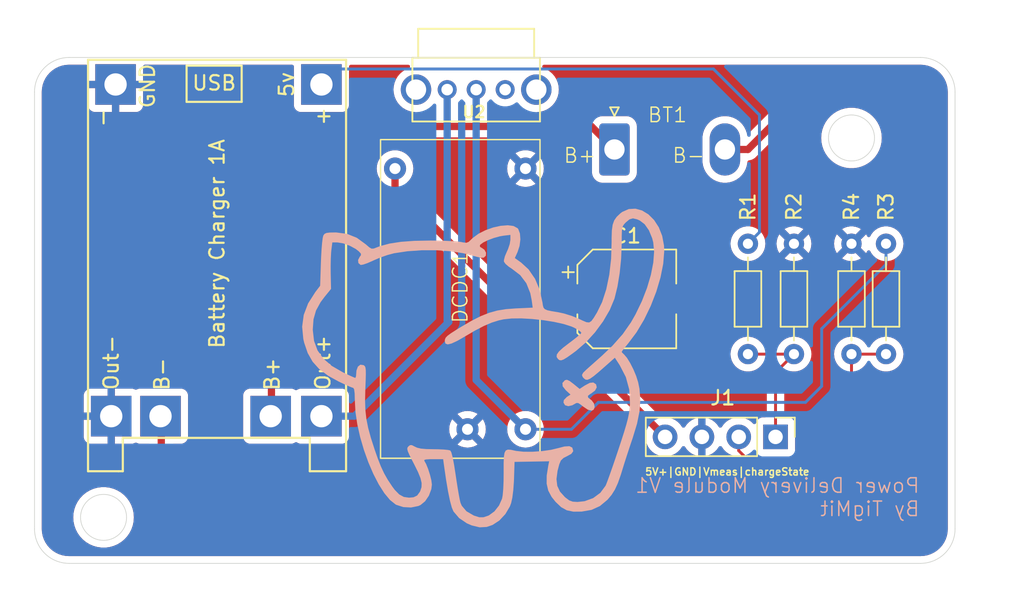
<source format=kicad_pcb>
(kicad_pcb (version 20240108) (generator "pcbnew") (generator_version "8.0")
  (layers (0 "F.Cu" signal) (31 "B.Cu" signal) (34 "B.Paste" user) (35 "F.Paste" user) (36 "B.SilkS" user "B.Silkscreen") (37 "F.SilkS" user "F.Silkscreen") (38 "B.Mask" user) (39 "F.Mask" user) (44 "Edge.Cuts" user))
  (net 0 "")
  (net 1 "Battery+")
  (net 2 "Battery-")
  (net 3 "5VOut+")
  (net 4 "5VOut-")
  (net 5 "Net-(DCDC1-Bin+)")
  (net 6 "batt_chargesense")
  (net 7 "Net-(U1-ind)")
  (net 8 "batt_voltage_Pin")
  (net 9 "Net-(U1-OUT+)")
  (footprint "Resistor_THT:R_Axial_DIN0204_L3.6mm_D1.6mm_P7.62mm_Horizontal" (layer "F.Cu") (at 118.26875 56.515 -90)
    (property "Reference" "R1" (at -2.54 0 90) (layer "F.SilkS"))
    (property "Value" "4k7")
    (fp_line (start 1.89 0.92) (end 5.73 0.92) (stroke (width 0.12)) (layer "F.SilkS"))
    (fp_line (start 5.73 0.92) (end 5.73 -0.92) (stroke (width 0.12)) (layer "F.SilkS"))
    (fp_line (start 0.94 0) (end 1.89 0) (stroke (width 0.12)) (layer "F.SilkS"))
    (fp_line (start 6.68 0) (end 5.73 0) (stroke (width 0.12)) (layer "F.SilkS"))
    (fp_line (start 1.89 -0.92) (end 1.89 0.92) (stroke (width 0.12)) (layer "F.SilkS"))
    (fp_line (start 5.73 -0.92) (end 1.89 -0.92) (stroke (width 0.12)) (layer "F.SilkS"))
    (pad "1" thru_hole circle (at 0 0 270) (size 1.4 1.4) (drill 0.7) (layers "*.Cu" "*.Mask") (net 7 "Net-(U1-ind)"))
    (pad "2" thru_hole oval (at 7.62 0 270) (size 1.4 1.4) (drill 0.7) (layers "*.Cu" "*.Mask") (net 6 "batt_chargesense"))
  )
  (footprint "Resistor_THT:R_Axial_DIN0204_L3.6mm_D1.6mm_P7.62mm_Horizontal" (layer "F.Cu") (at 121.44375 56.515 -90)
    (property "Reference" "R2" (at -2.54 0 90) (layer "F.SilkS"))
    (property "Value" "10k")
    (fp_line (start 1.89 0.92) (end 5.73 0.92) (stroke (width 0.12)) (layer "F.SilkS"))
    (fp_line (start 5.73 0.92) (end 5.73 -0.92) (stroke (width 0.12)) (layer "F.SilkS"))
    (fp_line (start 0.94 0) (end 1.89 0) (stroke (width 0.12)) (layer "F.SilkS"))
    (fp_line (start 6.68 0) (end 5.73 0) (stroke (width 0.12)) (layer "F.SilkS"))
    (fp_line (start 1.89 -0.92) (end 1.89 0.92) (stroke (width 0.12)) (layer "F.SilkS"))
    (fp_line (start 5.73 -0.92) (end 1.89 -0.92) (stroke (width 0.12)) (layer "F.SilkS"))
    (pad "1" thru_hole circle (at 0 0 270) (size 1.4 1.4) (drill 0.7) (layers "*.Cu" "*.Mask") (net 4 "5VOut-"))
    (pad "2" thru_hole oval (at 7.62 0 270) (size 1.4 1.4) (drill 0.7) (layers "*.Cu" "*.Mask") (net 6 "batt_chargesense"))
  )
  (footprint "tigmitLib:DCDC-Converter" (layer "F.Cu") (at 98.425 60.325 90)
    (property "Reference" "DCDC1" (at 0.79375 0 90) (layer "F.SilkS") (effects (font (thickness 0.1))))
    (property "Value" "~")
    (fp_rect (start -11 -5.5) (end 11 5.5) (stroke (width 0.1)) (fill none) (layer "F.SilkS"))
    (pad "1" thru_hole circle (at -9 0.5 90) (size 1.524 1.524) (drill 0.762) (layers "*.Cu" "*.Mask") (net 4 "5VOut-"))
    (pad "2" thru_hole circle (at -9 4.5 90) (size 1.524 1.524) (drill 0.762) (layers "*.Cu" "*.Mask") (net 5 "Net-(DCDC1-Bin+)"))
    (pad "3" thru_hole circle (at 9 -4.5 90) (size 1.524 1.524) (drill 0.762) (layers "*.Cu" "*.Mask") (net 3 "5VOut+"))
    (pad "4" thru_hole circle (at 9 4.5 90) (size 1.524 1.524) (drill 0.762) (layers "*.Cu" "*.Mask") (net 4 "5VOut-"))
  )
  (footprint "tigmitLib:battery solder pins" (layer "F.Cu") (at 112.49125 50.00625)
    (property "Reference" "BT1" (at 0.22125 -2.38125 0) (layer "F.SilkS") (effects (font (thickness 0.1))))
    (property "Value" "Battery_Cell" (hide yes))
    (fp_line (start -3.73 -2.91) (end -3.13 -2.91) (stroke (width 0.12)) (layer "F.SilkS"))
    (fp_line (start -3.43 -2.31) (end -3.73 -2.91) (stroke (width 0.12)) (layer "F.SilkS"))
    (fp_line (start -3.13 -2.91) (end -3.43 -2.31) (stroke (width 0.12)) (layer "F.SilkS"))
    (fp_text user "B+" (at -7 1 0) (layer "F.SilkS") (effects (font (thickness 0.1)) (justify left bottom)))
    (fp_text user "B-" (at 0.5 1 0) (layer "F.SilkS") (effects (font (thickness 0.1)) (justify left bottom)))
    (pad "1" thru_hole roundrect (at -3.43 0) (size 2.1 3.6) (drill 1.4) (layers "*.Cu" "*.Mask") (roundrect_rratio 0.119048) (net 1 "Battery+"))
    (pad "2" thru_hole oval (at 4.19 0) (size 2.1 3.6) (drill 1.4) (layers "*.Cu" "*.Mask") (net 2 "Battery-"))
  )
  (footprint "Connector_PinHeader_2.54mm:PinHeader_1x04_P2.54mm_Vertical" (layer "F.Cu") (at 120.17375 69.85 -90)
    (property "Reference" "J1" (at -2.695891 3.640755 180) (layer "F.SilkS"))
    (property "Value" "Conn_01x04_Pin")
    (fp_line (start -1.33 8.95) (end 1.33 8.95) (stroke (width 0.12)) (layer "F.SilkS"))
    (fp_line (start -1.33 1.27) (end -1.33 8.95) (stroke (width 0.12)) (layer "F.SilkS"))
    (fp_line (start -1.33 1.27) (end 1.33 1.27) (stroke (width 0.12)) (layer "F.SilkS"))
    (fp_line (start 1.33 1.27) (end 1.33 8.95) (stroke (width 0.12)) (layer "F.SilkS"))
    (fp_line (start -1.33 0) (end -1.33 -1.33) (stroke (width 0.12)) (layer "F.SilkS"))
    (fp_line (start -1.33 -1.33) (end 0 -1.33) (stroke (width 0.12)) (layer "F.SilkS"))
    (pad "1" thru_hole rect (at 0 0 270) (size 1.7 1.7) (drill 1) (layers "*.Cu" "*.Mask") (net 6 "batt_chargesense"))
    (pad "2" thru_hole oval (at 0 2.54 270) (size 1.7 1.7) (drill 1) (layers "*.Cu" "*.Mask") (net 8 "batt_voltage_Pin"))
    (pad "3" thru_hole oval (at 0 5.08 270) (size 1.7 1.7) (drill 1) (layers "*.Cu" "*.Mask") (net 4 "5VOut-"))
    (pad "4" thru_hole oval (at 0 7.62 270) (size 1.7 1.7) (drill 1) (layers "*.Cu" "*.Mask") (net 3 "5VOut+"))
  )
  (footprint "Resistor_THT:R_Axial_DIN0204_L3.6mm_D1.6mm_P7.62mm_Horizontal" (layer "F.Cu") (at 127.79375 64.135 90)
    (property "Reference" "R4" (at 10.16 -2.38125 -90) (layer "F.SilkS"))
    (property "Value" "100k")
    (fp_line (start 5.73 -0.92) (end 1.89 -0.92) (stroke (width 0.12)) (layer "F.SilkS"))
    (fp_line (start 1.89 -0.92) (end 1.89 0.92) (stroke (width 0.12)) (layer "F.SilkS"))
    (fp_line (start 6.68 0) (end 5.73 0) (stroke (width 0.12)) (layer "F.SilkS"))
    (fp_line (start 0.94 0) (end 1.89 0) (stroke (width 0.12)) (layer "F.SilkS"))
    (fp_line (start 5.73 0.92) (end 5.73 -0.92) (stroke (width 0.12)) (layer "F.SilkS"))
    (fp_line (start 1.89 0.92) (end 5.73 0.92) (stroke (width 0.12)) (layer "F.SilkS"))
    (pad "1" thru_hole circle (at 0 0 90) (size 1.4 1.4) (drill 0.7) (layers "*.Cu" "*.Mask") (net 8 "batt_voltage_Pin"))
    (pad "2" thru_hole oval (at 7.62 0 90) (size 1.4 1.4) (drill 0.7) (layers "*.Cu" "*.Mask") (net 5 "Net-(DCDC1-Bin+)"))
  )
  (footprint "SK12D07VG4:SK12D07VG4" (layer "F.Cu") (at 99.522498 45.874166 180)
    (property "Reference" "U2" (at 0.150777 -1.547045 180) (layer "F.SilkS") (effects (font (size 0.787402 0.787402))))
    (property "Value" "SK12D07VG4")
    (fp_line (start 4.4 2.2) (end 4 2.2) (stroke (width 0.127)) (layer "F.SilkS"))
    (fp_line (start 4.4 -2.2) (end 4.4 2.2) (stroke (width 0.127)) (layer "F.SilkS"))
    (fp_line (start 4 4.2) (end 4 2.2) (stroke (width 0.127)) (layer "F.SilkS"))
    (fp_line (start 4 2.2) (end -4 2.2) (stroke (width 0.127)) (layer "F.SilkS"))
    (fp_line (start -4 4.2) (end 4 4.2) (stroke (width 0.127)) (layer "F.SilkS"))
    (fp_line (start -4 2.2) (end -4 4.2) (stroke (width 0.127)) (layer "F.SilkS"))
    (fp_line (start -4 2.2) (end -4.4 2.2) (stroke (width 0.127)) (layer "F.SilkS"))
    (fp_line (start -4.4 2.2) (end -4.4 -2.2) (stroke (width 0.127)) (layer "F.SilkS"))
    (fp_line (start -4.4 -2.2) (end 4.4 -2.2) (stroke (width 0.127)) (layer "F.SilkS"))
    (pad "1" thru_hole circle (at -2 0 180) (size 1.308 1.308) (drill 0.8) (layers "*.Cu" "*.Mask"))
    (pad "2" thru_hole circle (at 2 0 180) (size 1.308 1.308) (drill 0.8) (layers "*.Cu" "*.Mask") (net 9 "Net-(U1-OUT+)"))
    (pad "COM" thru_hole circle (at 0 0 180) (size 1.308 1.308) (drill 0.8) (layers "*.Cu" "*.Mask") (net 5 "Net-(DCDC1-Bin+)"))
    (pad "M1" thru_hole circle (at -4.15 0 180) (size 2.1 2.1) (drill 1.4) (layers "*.Cu" "*.Mask"))
    (pad "M2" thru_hole circle (at 4.15 0 180) (size 2.1 2.1) (drill 1.4) (layers "*.Cu" "*.Mask"))
  )
  (footprint "tp4056:TP4056-18650" (layer "F.Cu") (at 90.547058 43.819781 -90)
    (property "Reference" "U1" (hide yes))
    (property "Value" "~")
    (fp_line (start 0 17.8) (end 0 0) (stroke (width 0.15)) (layer "F.SilkS"))
    (fp_line (start 28.4 17.8) (end 0 17.8) (stroke (width 0.15)) (layer "F.SilkS"))
    (fp_line (start 28.4 15.7) (end 28.4 17.8) (stroke (width 0.15)) (layer "F.SilkS"))
    (fp_line (start 26.1 15.4) (end 26.4 15.4) (stroke (width 0.15)) (layer "F.SilkS"))
    (fp_line (start 26.3 15.4) (end 28.4 15.4) (stroke (width 0.15)) (layer "F.SilkS"))
    (fp_line (start 28.4 15.4) (end 28.4 15.7) (stroke (width 0.15)) (layer "F.SilkS"))
    (fp_line (start 0.4 11) (end 0.4 7.3) (stroke (width 0.15)) (layer "F.SilkS"))
    (fp_line (start 2.9 11) (end 0.4 11) (stroke (width 0.15)) (layer "F.SilkS"))
    (fp_line (start 0.4 7.2) (end 2.9 7.2) (stroke (width 0.15)) (layer "F.SilkS"))
    (fp_line (start 2.9 7.2) (end 2.9 11) (stroke (width 0.15)) (layer "F.SilkS"))
    (fp_line (start 26.1 2.5) (end 26.1 15.4) (stroke (width 0.15)) (layer "F.SilkS"))
    (fp_line (start 28.4 2.5) (end 26.1 2.5) (stroke (width 0.15)) (layer "F.SilkS"))
    (fp_line (start 0 0) (end 26.3 0) (stroke (width 0.15)) (layer "F.SilkS"))
    (fp_line (start 26.3 0) (end 28.4 0) (stroke (width 0.15)) (layer "F.SilkS"))
    (fp_line (start 28.4 0) (end 28.4 2.5) (stroke (width 0.15)) (layer "F.SilkS"))
    (fp_text user "USB" (at 1.6 9.1 180) (layer "F.SilkS"))
    (fp_text user "B-" (at 21.7 12.7 90) (layer "F.SilkS"))
    (fp_text user "+" (at 3.9 1.6 90) (layer "F.SilkS"))
    (fp_text user "B+" (at 21.7 5.1 90) (layer "F.SilkS"))
    (fp_text user "-" (at 4 16.8 90) (layer "F.SilkS"))
    (fp_text user "5v" (at 1.7 4.1 90) (layer "F.SilkS"))
    (fp_text user "Out+" (at 20.9 1.6 90) (layer "F.SilkS"))
    (fp_text user "GND" (at 1.8 13.7 90) (layer "F.SilkS"))
    (fp_text user "Battery Charger 1A" (at 12.7 8.9 90) (layer "F.SilkS"))
    (fp_text user "Out-" (at 20.9 16.2 90) (layer "F.SilkS"))
    (pad "1" thru_hole rect (at 1.7 1.7 270) (size 2.8 2.8) (drill 1.54) (layers "*.Cu" "*.Mask") (net 7 "Net-(U1-ind)"))
    (pad "2" thru_hole rect (at 1.7 15.9 270) (size 2.8 2.8) (drill 1.54) (layers "*.Cu" "*.Mask") (net 4 "5VOut-"))
    (pad "3" thru_hole rect (at 24.6 1.7 270) (size 2.8 2.8) (drill 1.54) (layers "*.Cu" "*.Mask") (net 9 "Net-(U1-OUT+)"))
    (pad "4" thru_hole rect (at 24.6 16.2 270) (size 2.8 2.8) (drill 1.54) (layers "*.Cu" "*.Mask") (net 4 "5VOut-"))
    (pad "5" thru_hole rect (at 24.6 5.2 270) (size 2.8 2.8) (drill 1.54) (layers "*.Cu" "*.Mask") (net 1 "Battery+"))
    (pad "6" thru_hole rect (at 24.6 12.8 270) (size 2.8 2.8) (drill 1.54) (layers "*.Cu" "*.Mask") (net 2 "Battery-"))
  )
  (footprint "Resistor_THT:R_Axial_DIN0204_L3.6mm_D1.6mm_P7.62mm_Horizontal" (layer "F.Cu") (at 125.4125 56.515 -90)
    (property "Reference" "R3" (at -2.54 -2.38125 90) (layer "F.SilkS"))
    (property "Value" "100k")
    (fp_line (start 1.89 0.92) (end 5.73 0.92) (stroke (width 0.12)) (layer "F.SilkS"))
    (fp_line (start 5.73 0.92) (end 5.73 -0.92) (stroke (width 0.12)) (layer "F.SilkS"))
    (fp_line (start 0.94 0) (end 1.89 0) (stroke (width 0.12)) (layer "F.SilkS"))
    (fp_line (start 6.68 0) (end 5.73 0) (stroke (width 0.12)) (layer "F.SilkS"))
    (fp_line (start 1.89 -0.92) (end 1.89 0.92) (stroke (width 0.12)) (layer "F.SilkS"))
    (fp_line (start 5.73 -0.92) (end 1.89 -0.92) (stroke (width 0.12)) (layer "F.SilkS"))
    (pad "1" thru_hole circle (at 0 0 270) (size 1.4 1.4) (drill 0.7) (layers "*.Cu" "*.Mask") (net 4 "5VOut-"))
    (pad "2" thru_hole oval (at 7.62 0 270) (size 1.4 1.4) (drill 0.7) (layers "*.Cu" "*.Mask") (net 8 "batt_voltage_Pin"))
  )
  (footprint "Capacitor_SMD:CP_Elec_6.3x5.2" (layer "F.Cu") (at 109.9125 60.325)
    (property "Reference" "C1" (at 0 -4.35 0) (layer "F.SilkS"))
    (property "Value" "100µF")
    (fp_line (start -4.4375 -1.8475) (end -3.65 -1.8475) (stroke (width 0.12)) (layer "F.SilkS"))
    (fp_line (start -4.04375 -2.24125) (end -4.04375 -1.45375) (stroke (width 0.12)) (layer "F.SilkS"))
    (fp_line (start -3.41 -2.345563) (end -3.41 -1.06) (stroke (width 0.12)) (layer "F.SilkS"))
    (fp_line (start -3.41 -2.345563) (end -2.345563 -3.41) (stroke (width 0.12)) (layer "F.SilkS"))
    (fp_line (start -3.41 2.345563) (end -3.41 1.06) (stroke (width 0.12)) (layer "F.SilkS"))
    (fp_line (start -3.41 2.345563) (end -2.345563 3.41) (stroke (width 0.12)) (layer "F.SilkS"))
    (fp_line (start -2.345563 -3.41) (end 3.41 -3.41) (stroke (width 0.12)) (layer "F.SilkS"))
    (fp_line (start -2.345563 3.41) (end 3.41 3.41) (stroke (width 0.12)) (layer "F.SilkS"))
    (fp_line (start 3.41 -3.41) (end 3.41 -1.06) (stroke (width 0.12)) (layer "F.SilkS"))
    (fp_line (start 3.41 3.41) (end 3.41 1.06) (stroke (width 0.12)) (layer "F.SilkS"))
    (pad "1" smd roundrect (at -2.8 0) (size 3.5 1.6) (layers "F.Cu" "F.Paste" "F.Mask") (roundrect_rratio 0.15625) (net 3 "5VOut+"))
    (pad "2" smd roundrect (at 2.8 0) (size 3.5 1.6) (layers "F.Cu" "F.Paste" "F.Mask") (roundrect_rratio 0.15625) (net 4 "5VOut-"))
  )
  (footprint "NekoImmage:NekoPowerModImmage" (layer "B.Cu") (at 100.0125 65.0875 180)
    (property "Reference" "G***" (hide yes))
    (property "Value" "LOGO" (hide yes))
    (fp_poly (pts (xy -5.637585 -0.84729) (xy -5.627793 -0.853206) (xy -5.457174 -1.042435) (xy -5.478427 -1.273108) (xy -5.691342 -1.543385) (xy -5.708587 -1.559342) (xy -6.016541 -1.840615) (xy -5.758827 -2.009475) (xy -5.557423 -2.218551) (xy -5.531758 -2.393625) (xy -5.639011 -2.577642) (xy -5.857339 -2.643506) (xy -6.134175 -2.582563) (xy -6.260553 -2.51362) (xy -6.417774 -2.425603) (xy -6.546719 -2.426006) (xy -6.714942 -2.530409) (xy -6.867989 -2.653701) (xy -7.212552 -2.886391) (xy -7.474866 -2.951244) (xy -7.613436 -2.887855) (xy -7.685909 -2.693591) (xy -7.633062 -2.449901) (xy -7.476512 -2.238434) (xy -7.432945 -2.206063) (xy -7.234439 -2.049322) (xy -7.216903 -1.928651) (xy -7.38109 -1.800806) (xy -7.440568 -1.768014) (xy -7.70747 -1.566189) (xy -7.828004 -1.343418) (xy -7.782157 -1.138442) (xy -7.772296 -1.125878) (xy -7.589784 -1.005622) (xy -7.343744 -1.033253) (xy -7.005825 -1.212276) (xy -6.989922 -1.222684) (xy -6.645349 -1.449522) (xy -6.218491 -1.099779) (xy -5.949628 -0.898238) (xy -5.77112 -0.820389)) (fill solid) (layer "B.SilkS"))
    (fp_poly (pts (xy -10.033778 10.96724) (xy -9.588379 10.770051) (xy -9.450525 10.666139) (xy -9.202711 10.43062) (xy -9.031823 10.184921) (xy -8.925035 9.886876) (xy -8.869521 9.494321) (xy -8.852453 8.96509) (xy -8.85354 8.703607) (xy -8.818468 7.538833) (xy -8.692808 6.436339) (xy -8.482984 5.427191) (xy -8.195418 4.542459) (xy -7.845398 3.827763) (xy -7.619611 3.456814) (xy -7.455273 3.23241) (xy -7.304308 3.137469) (xy -7.118641 3.154909) (xy -6.850197 3.267646) (xy -6.603342 3.386433) (xy -6.107534 3.588979) (xy -5.564308 3.757018) (xy -5.188165 3.838805) (xy -4.729917 3.913939) (xy -4.429384 3.977661) (xy -4.250248 4.05203) (xy -4.156191 4.159108) (xy -4.110896 4.320956) (xy -4.084794 4.509025) (xy -3.893464 5.383446) (xy -3.568528 6.156597) (xy -3.122846 6.804332) (xy -2.61365 7.271298) (xy -2.177321 7.584647) (xy -2.366343 8.001044) (xy -2.504501 8.427238) (xy -2.55876 8.872447) (xy -2.529247 9.277175) (xy -2.416091 9.581926) (xy -2.36279 9.648062) (xy -2.085405 9.797551) (xy -1.684808 9.848473) (xy -1.202115 9.810732) (xy -0.678439 9.694233) (xy -0.154896 9.508881) (xy 0.3274 9.264582) (xy 0.727335 8.97124) (xy 0.819116 8.881498) (xy 1.010283 8.700474) (xy 1.173995 8.63672) (xy 1.402976 8.664333) (xy 1.508263 8.688982) (xy 1.743198 8.722411) (xy 2.132663 8.751661) (xy 2.634303 8.774657) (xy 3.205761 8.789322) (xy 3.642636 8.793576) (xy 4.748547 8.773357) (xy 5.682065 8.704462) (xy 6.462188 8.584467) (xy 7.107912 8.41095) (xy 7.343717 8.321484) (xy 7.557864 8.24031) (xy 7.708029 8.234585) (xy 7.864155 8.323249) (xy 8.096184 8.525244) (xy 8.096213 8.52527) (xy 8.720237 8.981114) (xy 9.390277 9.252435) (xy 10.136326 9.350956) (xy 10.210684 9.351751) (xy 10.588491 9.345453) (xy 10.818738 9.316969) (xy 10.950523 9.253813) (xy 11.032946 9.143501) (xy 11.033465 9.142532) (xy 11.076323 8.971038) (xy 11.118349 8.637671) (xy 11.156378 8.177445) (xy 11.187246 7.625374) (xy 11.199798 7.30216) (xy 11.253646 5.671968) (xy 11.587277 5.234888) (xy 12.083841 4.453355) (xy 12.385784 3.659888) (xy 12.495381 2.844155) (xy 12.414902 1.995823) (xy 12.355896 1.74055) (xy 12.112164 1.025209) (xy 11.771643 0.425269) (xy 11.308762 -0.088162) (xy 10.697953 -0.543977) (xy 9.987995 -0.935015) (xy 9.597901 -1.120989) (xy 9.268728 -1.268557) (xy 9.043422 -1.358991) (xy 8.97162 -1.378295) (xy 8.910032 -1.474763) (xy 8.87302 -1.764779) (xy 8.860468 -2.249256) (xy 8.860465 -2.257905) (xy 8.815834 -3.052285) (xy 8.689277 -3.903392) (xy 8.491802 -4.783504) (xy 8.234417 -5.664903) (xy 7.92813 -6.519866) (xy 7.583948 -7.320674) (xy 7.212878 -8.039605) (xy 6.825928 -8.648939) (xy 6.434105 -9.120956) (xy 6.048418 -9.427934) (xy 6.003772 -9.452007) (xy 5.518446 -9.609099) (xy 4.984676 -9.637581) (xy 4.485456 -9.536636) (xy 4.330247 -9.468491) (xy 4.012134 -9.207414) (xy 3.750468 -8.819495) (xy 3.583773 -8.373974) (xy 3.544186 -8.055701) (xy 3.580603 -7.764924) (xy 3.674474 -7.382551) (xy 3.802727 -6.981346) (xy 3.942293 -6.634071) (xy 4.061583 -6.423837) (xy 4.071818 -6.358077) (xy 3.955488 -6.319629) (xy 3.685107 -6.302834) (xy 3.463824 -6.300775) (xy 2.768654 -6.300775) (xy 2.705215 -6.768411) (xy 2.564272 -7.738146) (xy 2.426842 -8.546667) (xy 2.29476 -9.185068) (xy 2.169864 -9.644443) (xy 2.05689 -9.91126) (xy 1.664368 -10.370263) (xy 1.129933 -10.732047) (xy 0.793071 -10.876751) (xy 0.250516 -11.00735) (xy -0.238223 -10.980589) (xy -0.639922 -10.842683) (xy -1.111166 -10.534469) (xy -1.526602 -10.088699) (xy -1.835849 -9.564644) (xy -1.922408 -9.333967) (xy -2.003868 -8.962575) (xy -2.069457 -8.450404) (xy -2.112595 -7.853357) (xy -2.120696 -7.649926) (xy -2.157557 -6.488612) (xy -3.35059 -6.468531) (xy -4.543623 -6.44845) (xy -4.483054 -6.743799) (xy -4.37485 -7.432138) (xy -4.37081 -7.992215) (xy -4.479819 -8.468077) (xy -4.710762 -8.903775) (xy -4.989168 -9.252892) (xy -5.370061 -9.613648) (xy -5.760367 -9.830849) (xy -6.217383 -9.925847) (xy -6.782339 -9.921169) (xy -7.466743 -9.802388) (xy -8.043186 -9.539962) (xy -8.558125 -9.112411) (xy -8.57929 -9.090319) (xy -8.853299 -8.765233) (xy -9.081658 -8.400467) (xy -9.286346 -7.951518) (xy -9.48934 -7.373881) (xy -9.59224 -7.039147) (xy -9.728343 -6.597428) (xy -9.906974 -6.039615) (xy -10.105491 -5.435413) (xy -10.301255 -4.854532) (xy -10.311703 -4.824031) (xy -10.607862 -3.846924) (xy -10.78129 -2.982928) (xy -10.835658 -2.19418) (xy -10.774634 -1.442819) (xy -10.683248 -0.990477) (xy -10.548923 -0.563224) (xy -10.356979 -0.103522) (xy -10.134989 0.334721) (xy -9.910529 0.697596) (xy -9.711171 0.931192) (xy -9.692688 0.946125) (xy -9.571193 1.064957) (xy -9.549612 1.110373) (xy -9.608901 1.207058) (xy -9.764782 1.40932) (xy -9.984272 1.674478) (xy -9.997686 1.690217) (xy -10.569087 2.452147) (xy -11.091801 3.32743) (xy -11.551736 4.277467) (xy -11.934803 5.26366) (xy -12.226911 6.24741) (xy -12.413968 7.190116) (xy -12.479942 8.028488) (xy -11.784052 8.028488) (xy -11.726976 7.269419) (xy -11.561281 6.42466) (xy -11.296016 5.526717) (xy -10.94023 4.608099) (xy -10.502974 3.70131) (xy -10.184967 3.142869) (xy -9.620957 2.334337) (xy -8.90793 1.527943) (xy -8.171318 0.827835) (xy -7.814628 0.51053) (xy -7.475433 0.208754) (xy -7.205596 -0.031348) (xy -7.112984 -0.113771) (xy -6.886964 -0.335204) (xy -6.807262 -0.492014) (xy -6.860075 -0.634168) (xy -6.943546 -0.727157) (xy -7.056353 -0.809239) (xy -7.187205 -0.82086) (xy -7.362561 -0.747893) (xy -7.608879 -0.576212) (xy -7.952618 -0.291693) (xy -8.255082 -0.026934) (xy -9.077218 0.700915) (xy -9.415416 0.178171) (xy -9.833678 -0.632134) (xy -10.066842 -1.491934) (xy -10.120009 -2.421081) (xy -10.114313 -2.542056) (xy -10.089231 -2.851614) (xy -10.04557 -3.16025) (xy -9.975053 -3.500244) (xy -9.8694 -3.903878) (xy -9.720335 -4.403431) (xy -9.519581 -5.031186) (xy -9.324183 -5.623385) (xy -9.107944 -6.266823) (xy -8.903835 -6.861765) (xy -8.722556 -7.37799) (xy -8.574808 -7.785273) (xy -8.47129 -8.053391) (xy -8.435407 -8.13385) (xy -8.072949 -8.624124) (xy -7.580357 -8.986984) (xy -6.992732 -9.202098) (xy -6.50112 -9.254264) (xy -6.174779 -9.234325) (xy -5.933606 -9.149026) (xy -5.681381 -8.960142) (xy -5.617403 -8.903196) (xy -5.291269 -8.538817) (xy -5.104008 -8.141251) (xy -5.04994 -7.6766) (xy -5.123383 -7.110967) (xy -5.241198 -6.658283) (xy -5.353566 -6.392199) (xy -5.536663 -6.217318) (xy -5.778384 -6.095696) (xy -6.074 -5.933727) (xy -6.196124 -5.768596) (xy -6.202325 -5.71704) (xy -6.138711 -5.501046) (xy -5.941464 -5.404034) (xy -5.60098 -5.424158) (xy -5.209506 -5.526349) (xy -4.675283 -5.654908) (xy -4.047361 -5.743937) (xy -3.3926 -5.789311) (xy -2.777861 -5.786909) (xy -2.270004 -5.732605) (xy -2.179044 -5.713233) (xy -1.894904 -5.651644) (xy -1.689442 -5.640258) (xy -1.550155 -5.703348) (xy -1.464543 -5.865183) (xy -1.420103 -6.150035) (xy -1.404334 -6.582174) (xy -1.404733 -7.185871) (xy -1.404923 -7.216107) (xy -1.399445 -7.82749) (xy -1.37669 -8.364339) (xy -1.339213 -8.78455) (xy -1.294989 -9.028276) (xy -1.084447 -9.501784) (xy -0.765504 -9.906451) (xy -0.387464 -10.181243) (xy -0.349454 -10.198731) (xy -0.017171 -10.310586) (xy 0.277055 -10.311615) (xy 0.628364 -10.200514) (xy 0.666354 -10.184836) (xy 1.159789 -9.89714) (xy 1.481135 -9.519807) (xy 1.571213 -9.313624) (xy 1.619095 -9.113735) (xy 1.686438 -8.759561) (xy 1.766161 -8.291918) (xy 1.851185 -7.751624) (xy 1.90332 -7.399002) (xy 2.014162 -6.686033) (xy 2.113544 -6.164096) (xy 2.201062 -5.835036) (xy 2.27363 -5.702253) (xy 2.426439 -5.665093) (xy 2.726825 -5.63543) (xy 3.125502 -5.617121) (xy 3.413146 -5.613136) (xy 3.931243 -5.603185) (xy 4.29732 -5.571231) (xy 4.555598 -5.511372) (xy 4.714226 -5.43948) (xy 4.926145 -5.33243) (xy 5.054718 -5.331476) (xy 5.171129 -5.424285) (xy 5.230508 -5.504641) (xy 5.243492 -5.609868) (xy 5.199323 -5.773178) (xy 5.087245 -6.027784) (xy 4.896499 -6.406897) (xy 4.780708 -6.629697) (xy 4.504808 -7.185236) (xy 4.331141 -7.613585) (xy 4.252124 -7.950985) (xy 4.260177 -8.233679) (xy 4.347721 -8.49791) (xy 4.377367 -8.558075) (xy 4.560238 -8.809816) (xy 4.811829 -8.93182) (xy 5.1228 -8.958915) (xy 5.482771 -8.907518) (xy 5.798344 -8.735392) (xy 6.109709 -8.415639) (xy 6.283185 -8.182257) (xy 6.586506 -7.724242) (xy 6.837285 -7.283151) (xy 7.061434 -6.804586) (xy 7.284868 -6.234152) (xy 7.487763 -5.653654) (xy 7.750139 -4.839848) (xy 7.939299 -4.148364) (xy 8.063878 -3.522442) (xy 8.132514 -2.905324) (xy 8.15384 -2.240251) (xy 8.136493 -1.470465) (xy 8.133875 -1.406965) (xy 8.111056 -0.833054) (xy 8.10059 -0.424684) (xy 8.104968 -0.150743) (xy 8.126676 0.01988) (xy 8.168204 0.118297) (xy 8.232039 0.175618) (xy 8.261822 0.192647) (xy 8.478501 0.222564) (xy 8.650404 0.087247) (xy 8.749049 -0.182315) (xy 8.762016 -0.351606) (xy 8.779097 -0.576652) (xy 8.820983 -0.686904) (xy 8.828663 -0.689147) (xy 8.941364 -0.64866) (xy 9.186589 -0.540335) (xy 9.520496 -0.383876) (xy 9.690097 -0.301997) (xy 10.450653 0.13924) (xy 11.028768 0.638898) (xy 11.433619 1.210094) (xy 11.674383 1.865949) (xy 11.760235 2.619582) (xy 11.760615 2.658139) (xy 11.711264 3.354514) (xy 11.539426 3.960086) (xy 11.222181 4.53821) (xy 10.948221 4.903529) (xy 10.501439 5.452057) (xy 10.524305 6.52076) (xy 10.527608 7.028383) (xy 10.517928 7.52638) (xy 10.497239 7.943044) (xy 10.480072 8.126514) (xy 10.412972 8.663566) (xy 10.055129 8.661404) (xy 9.661878 8.597879) (xy 9.214304 8.436058) (xy 8.801113 8.212971) (xy 8.589876 8.049735) (xy 8.445111 7.892732) (xy 8.43973 7.7797) (xy 8.524668 7.669372) (xy 8.637687 7.44894) (xy 8.616174 7.240384) (xy 8.470266 7.113973) (xy 8.443604 7.107412) (xy 8.279882 7.133534) (xy 7.996388 7.231862) (xy 7.647554 7.382833) (xy 7.558688 7.425445) (xy 7.10007 7.622216) (xy 6.591868 7.798589) (xy 6.153101 7.914288) (xy 5.229602 8.053614) (xy 4.238936 8.122292) (xy 3.233836 8.121806) (xy 2.267033 8.053637) (xy 1.391261 7.91927) (xy 0.78614 7.763349) (xy 0.43309 7.664904) (xy 0.138701 7.61015) (xy -0.034541 7.610627) (xy -0.036693 7.611413) (xy -0.178465 7.749197) (xy -0.189713 7.954081) (xy -0.0809 8.155718) (xy 0.059243 8.256419) (xy 0.229241 8.361635) (xy 0.232373 8.467968) (xy 0.203818 8.507555) (xy 0.003846 8.658123) (xy -0.327761 8.820253) (xy -0.729005 8.969817) (xy -1.137884 9.082685) (xy -1.384394 9.125663) (xy -1.870542 9.18324) (xy -1.870542 8.841638) (xy -1.824601 8.554549) (xy -1.707485 8.20258) (xy -1.622409 8.015716) (xy -1.491743 7.709533) (xy -1.423977 7.446048) (xy -1.424208 7.334496) (xy -1.532465 7.179546) (xy -1.760087 6.984447) (xy -1.974774 6.842248) (xy -2.547822 6.402889) (xy -2.96797 5.84721) (xy -3.24111 5.16582) (xy -3.340698 4.665276) (xy -3.409107 4.161948) (xy -2.221414 4.107288) (xy -1.560117 4.056614) (xy -0.965909 3.959961) (xy -0.397976 3.802567) (xy 0.184497 3.56967) (xy 0.822323 3.246509) (xy 1.556318 2.818322) (xy 1.857934 2.631887) (xy 2.232914 2.391376) (xy 2.46872 2.218335) (xy 2.596845 2.082035) (xy 2.64878 1.95175) (xy 2.656632 1.852564) (xy 2.60912 1.678304) (xy 2.455 1.621824) (xy 2.18324 1.685591) (xy 1.78281 1.872076) (xy 1.28083 2.160497) (xy 0.55904 2.582832) (xy -0.048059 2.898919) (xy -0.579175 3.125951) (xy -1.073018 3.281121) (xy -1.407067 3.354321) (xy -1.955322 3.412718) (xy -2.626044 3.418393) (xy -3.369528 3.37719) (xy -4.13607 3.294956) (xy -4.875968 3.177536) (xy -5.539515 3.030777) (xy -6.07701 2.860524) (xy -6.250737 2.784634) (xy -6.530829 2.629869) (xy -6.715979 2.493772) (xy -6.764439 2.415542) (xy -6.676306 2.317342) (xy -6.46356 2.134389) (xy -6.161859 1.896308) (xy -5.930653 1.722868) (xy -5.492837 1.385396) (xy -5.211318 1.125526) (xy -5.071733 0.922654) (xy -5.059722 0.756171) (xy -5.15558 0.610754) (xy -5.256408 0.535713) (xy -5.376076 0.521974) (xy -5.544027 0.582939) (xy -5.789706 0.732014) (xy -6.142557 0.982602) (xy -6.411744 1.182603) (xy -7.076681 1.759272) (xy -7.707149 2.452843) (xy -8.267892 3.214875) (xy -8.723652 3.996926) (xy -9.039172 4.750556) (xy -9.062118 4.824031) (xy -9.257429 5.620677) (xy -9.409299 6.545256) (xy -9.509233 7.531927) (xy -9.548733 8.51485) (xy -9.549032 8.597302) (xy -9.550836 9.092754) (xy -9.561135 9.432651) (xy -9.588139 9.658333) (xy -9.640058 9.811144) (xy -9.725101 9.932425) (xy -9.837388 10.049433) (xy -10.089597 10.258587) (xy -10.324757 10.324436) (xy -10.61233 10.256232) (xy -10.793324 10.176724) (xy -11.13281 9.916591) (xy -11.425467 9.498079) (xy -11.648431 8.958242) (xy -11.723458 8.669359) (xy -11.784052 8.028488) (xy -12.479942 8.028488) (xy -12.481885 8.05318) (xy -12.465979 8.451693) (xy -12.341491 9.118675) (xy -12.107082 9.709259) (xy -11.784111 10.207761) (xy -11.393935 10.598496) (xy -10.957915 10.865777) (xy -10.49741 10.99392)) (fill solid) (layer "B.SilkS"))
  )
  (gr_arc (start 69.05625 46.0375) (mid 69.753702 44.353702) (end 71.4375 43.65625) (stroke (width 0.05)) (layer "Edge.Cuts"))
  (gr_arc (start 130.175 43.65625) (mid 131.858816 44.353699) (end 132.55625 46.0375) (stroke (width 0.05)) (layer "Edge.Cuts"))
  (gr_circle (center 73.81875 75.40625) (end 75.40625 75.40625) (stroke (width 0.05)) (fill none) (layer "Edge.Cuts"))
  (gr_arc (start 132.55625 76.2) (mid 131.85878 77.883766) (end 130.175 78.58125) (stroke (width 0.05)) (layer "Edge.Cuts"))
  (gr_line (start 71.4375 43.65625) (end 130.175 43.65625) (stroke (width 0.05)) (layer "Edge.Cuts"))
  (gr_line (start 69.05625 76.2) (end 69.05625 46.0375) (stroke (width 0.05)) (layer "Edge.Cuts"))
  (gr_circle (center 125.4125 49.2125) (end 127 49.2125) (stroke (width 0.05)) (fill none) (layer "Edge.Cuts"))
  (gr_line (start 130.175 78.58125) (end 71.4375 78.58125) (stroke (width 0.05)) (layer "Edge.Cuts"))
  (gr_line (start 132.55625 46.0375) (end 132.55625 76.2) (stroke (width 0.05)) (layer "Edge.Cuts"))
  (gr_arc (start 71.4375 78.58125) (mid 69.753684 77.883801) (end 69.05625 76.2) (stroke (width 0.05)) (layer "Edge.Cuts"))
  (gr_text "Power Delivery Module V1\nBy TigMit" (at 130.175 75.40625 -0) (layer "B.SilkS") (effects (font (size 1 1) (thickness 0.1)) (justify left bottom mirror)))
  (gr_text "5V+|GND|Vmeas|chargeState" (at 111.125 72.550584 0) (layer "F.SilkS") (effects (font (size 0.5 0.5) (thickness 0.1)) (justify left bottom)))
  (segment (start 109.06125 50.00625) (end 107.47375 48.41875) (width 0.5) (layer "F.Cu") (net 1))
  (segment (start 85.4 54.3) (end 85.4 68.14375) (width 0.5) (layer "F.Cu") (net 1))
  (segment (start 107.47375 48.41875) (end 100.80625 48.41875) (width 0.5) (layer "F.Cu") (net 1))
  (segment (start 100.80625 48.41875) (end 91.28125 48.41875) (width 0.5) (layer "F.Cu") (net 1))
  (segment (start 91.28125 48.41875) (end 85.4 54.3) (width 0.5) (layer "F.Cu") (net 1))
  (segment (start 77.8 68.14375) (end 77.8 72.24375) (width 0.5) (layer "F.Cu") (net 2))
  (segment (start 127.79375 46.0375) (end 122.2375 46.0375) (width 0.5) (layer "F.Cu") (net 2))
  (segment (start 80.9625 75.40625) (end 126.20625 75.40625) (width 0.5) (layer "F.Cu") (net 2))
  (segment (start 122.2375 46.0375) (end 118.26875 50.00625) (width 0.5) (layer "F.Cu") (net 2))
  (segment (start 130.175 48.41875) (end 127.79375 46.0375) (width 0.5) (layer "F.Cu") (net 2))
  (segment (start 130.175 71.4375) (end 130.175 48.41875) (width 0.5) (layer "F.Cu") (net 2))
  (segment (start 118.26875 50.00625) (end 116.68125 50.00625) (width 0.5) (layer "F.Cu") (net 2))
  (segment (start 77.8 72.24375) (end 80.9625 75.40625) (width 0.5) (layer "F.Cu") (net 2))
  (segment (start 126.20625 75.40625) (end 130.175 71.4375) (width 0.5) (layer "F.Cu") (net 2))
  (segment (start 107.28125 60.325) (end 101.6 60.325) (width 0.5) (layer "F.Cu") (net 3))
  (segment (start 107.28125 64.5775) (end 107.28125 60.325) (width 0.5) (layer "F.Cu") (net 3))
  (segment (start 93.925 52.65) (end 93.925 51.325) (width 0.5) (layer "F.Cu") (net 3))
  (segment (start 112.55375 69.85) (end 107.28125 64.5775) (width 0.5) (layer "F.Cu") (net 3))
  (segment (start 101.6 60.325) (end 93.925 52.65) (width 0.5) (layer "F.Cu") (net 3))
  (segment (start 74.4 45.54375) (end 74.7 45.24375) (width 0.2) (layer "F.Cu") (net 4))
  (segment (start 74.49375 68.14375) (end 75.40625 69.05625) (width 0.2) (layer "F.Cu") (net 4))
  (segment (start 74.4 68.14375) (end 74.49375 68.14375) (width 0.2) (layer "F.Cu") (net 4))
  (segment (start 123.356237 62.381263) (end 123.356237 66.350013) (width 0.2) (layer "B.Cu") (net 5))
  (segment (start 127.79375 56.515) (end 127.79375 57.94375) (width 0.2) (layer "B.Cu") (net 5))
  (segment (start 127.79375 57.94375) (end 123.356237 62.381263) (width 0.2) (layer "B.Cu") (net 5))
  (segment (start 122.2375 67.46875) (end 107.95 67.46875) (width 0.2) (layer "B.Cu") (net 5))
  (segment (start 99.522498 65.922498) (end 102.925 69.325) (width 0.5) (layer "B.Cu") (net 5))
  (segment (start 107.95 67.46875) (end 106.09375 69.325) (width 0.2) (layer "B.Cu") (net 5))
  (segment (start 99.522498 45.874166) (end 99.522498 65.922498) (width 0.5) (layer "B.Cu") (net 5))
  (segment (start 123.356237 66.350013) (end 122.2375 67.46875) (width 0.2) (layer "B.Cu") (net 5))
  (segment (start 106.09375 69.325) (end 102.925 69.325) (width 0.2) (layer "B.Cu") (net 5))
  (segment (start 118.26875 64.135) (end 121.44375 64.135) (width 0.2) (layer "F.Cu") (net 6))
  (segment (start 120.65 69.37375) (end 120.17375 69.85) (width 0.2) (layer "F.Cu") (net 6))
  (segment (start 120.17375 65.405) (end 120.17375 69.85) (width 0.2) (layer "F.Cu") (net 6))
  (segment (start 121.44375 64.135) (end 120.17375 65.405) (width 0.2) (layer "F.Cu") (net 6))
  (segment (start 88.847058 45.519781) (end 89.916839 44.45) (width 0.2) (layer "B.Cu") (net 7))
  (segment (start 115.8875 44.45) (end 119.0625 47.625) (width 0.2) (layer "B.Cu") (net 7))
  (segment (start 119.0625 47.625) (end 119.0625 55.72125) (width 0.2) (layer "B.Cu") (net 7))
  (segment (start 119.0625 55.72125) (end 118.26875 56.515) (width 0.2) (layer "B.Cu") (net 7))
  (segment (start 89.916839 44.45) (end 115.8875 44.45) (width 0.2) (layer "B.Cu") (net 7))
  (segment (start 125.4125 64.135) (end 125.4125 69.05625) (width 0.2) (layer "F.Cu") (net 8))
  (segment (start 127.79375 64.135) (end 125.4125 64.135) (width 0.2) (layer "F.Cu") (net 8))
  (segment (start 117.63375 70.8025) (end 117.63375 69.85) (width 0.2) (layer "F.Cu") (net 8))
  (segment (start 125.4125 69.05625) (end 123.03125 71.4375) (width 0.2) (layer "F.Cu") (net 8))
  (segment (start 118.26875 71.4375) (end 117.63375 70.8025) (width 0.2) (layer "F.Cu") (net 8))
  (segment (start 123.03125 71.4375) (end 118.26875 71.4375) (width 0.2) (layer "F.Cu") (net 8))
  (segment (start 97.522498 61.803748) (end 97.63125 61.9125) (width 0.5) (layer "B.Cu") (net 9))
  (segment (start 91.123969 68.419781) (end 88.847058 68.419781) (width 0.5) (layer "B.Cu") (net 9))
  (segment (start 97.63125 61.9125) (end 91.123969 68.419781) (width 0.5) (layer "B.Cu") (net 9))
  (segment (start 97.522498 45.874166) (end 97.522498 61.803748) (width 0.5) (layer "B.Cu") (net 9))
  (zone (net 4) (net_name "5VOut-") (layers "F&B.Cu") (connect_pads (clearance 0.5)) (min_thickness 0.25) (fill yes (thermal_gap 0.5) (thermal_bridge_width 0.5))
    (polygon (pts (xy 66.675 39.6875) (xy 137.31875 39.6875) (xy 137.31875 80.9625) (xy 66.675 80.9625)))
  )
)
</source>
